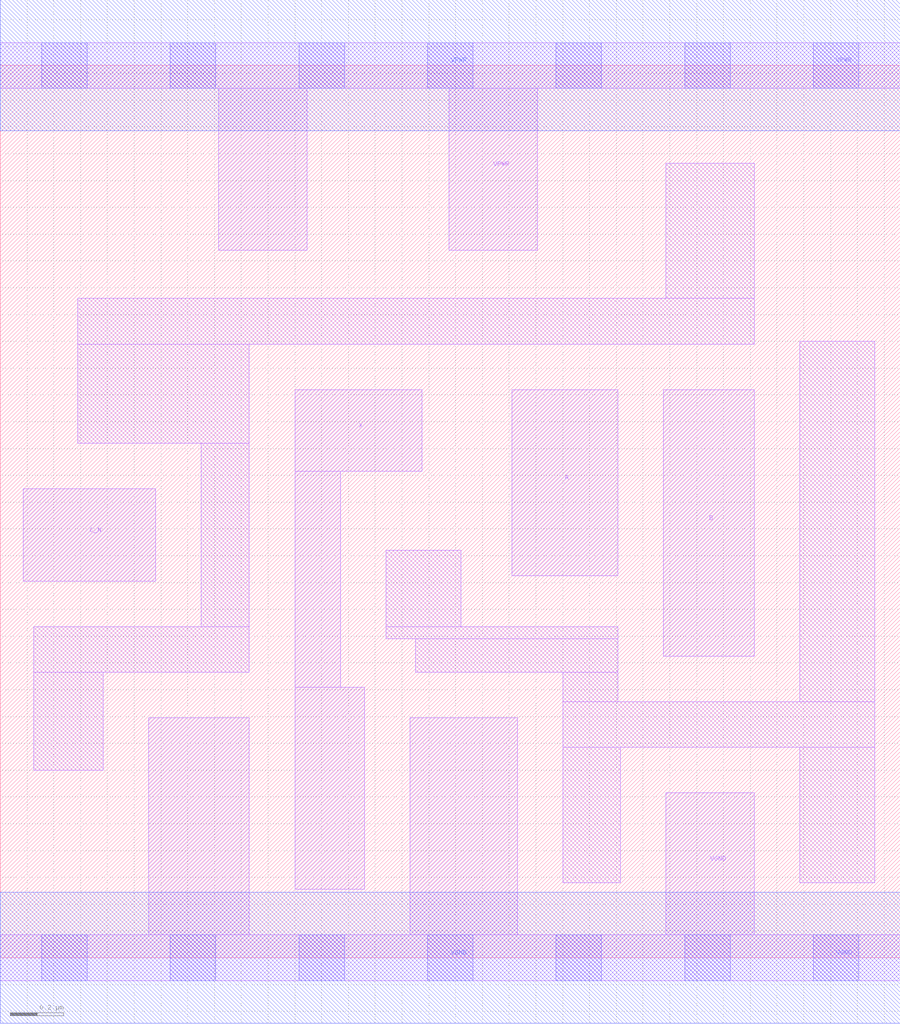
<source format=lef>
# Copyright 2020 The SkyWater PDK Authors
#
# Licensed under the Apache License, Version 2.0 (the "License");
# you may not use this file except in compliance with the License.
# You may obtain a copy of the License at
#
#     https://www.apache.org/licenses/LICENSE-2.0
#
# Unless required by applicable law or agreed to in writing, software
# distributed under the License is distributed on an "AS IS" BASIS,
# WITHOUT WARRANTIES OR CONDITIONS OF ANY KIND, either express or implied.
# See the License for the specific language governing permissions and
# limitations under the License.
#
# SPDX-License-Identifier: Apache-2.0

VERSION 5.7 ;
  NAMESCASESENSITIVE ON ;
  NOWIREEXTENSIONATPIN ON ;
  DIVIDERCHAR "/" ;
  BUSBITCHARS "[]" ;
UNITS
  DATABASE MICRONS 200 ;
END UNITS
MACRO sky130_fd_sc_lp__or3b_2
  CLASS CORE ;
  SOURCE USER ;
  FOREIGN sky130_fd_sc_lp__or3b_2 ;
  ORIGIN  0.000000  0.000000 ;
  SIZE  3.360000 BY  3.330000 ;
  SYMMETRY X Y R90 ;
  SITE unit ;
  PIN A
    ANTENNAGATEAREA  0.126000 ;
    DIRECTION INPUT ;
    USE SIGNAL ;
    PORT
      LAYER li1 ;
        RECT 1.910000 1.425000 2.305000 2.120000 ;
    END
  END A
  PIN B
    ANTENNAGATEAREA  0.126000 ;
    DIRECTION INPUT ;
    USE SIGNAL ;
    PORT
      LAYER li1 ;
        RECT 2.475000 1.125000 2.815000 2.120000 ;
    END
  END B
  PIN C_N
    ANTENNAGATEAREA  0.126000 ;
    DIRECTION INPUT ;
    USE SIGNAL ;
    PORT
      LAYER li1 ;
        RECT 0.085000 1.405000 0.580000 1.750000 ;
    END
  END C_N
  PIN X
    ANTENNADIFFAREA  0.588000 ;
    DIRECTION OUTPUT ;
    USE SIGNAL ;
    PORT
      LAYER li1 ;
        RECT 1.100000 0.255000 1.360000 1.010000 ;
        RECT 1.100000 1.010000 1.270000 1.815000 ;
        RECT 1.100000 1.815000 1.575000 2.120000 ;
    END
  END X
  PIN VGND
    DIRECTION INOUT ;
    USE GROUND ;
    PORT
      LAYER li1 ;
        RECT 0.000000 -0.085000 3.360000 0.085000 ;
        RECT 0.555000  0.085000 0.930000 0.895000 ;
        RECT 1.530000  0.085000 1.930000 0.895000 ;
        RECT 2.485000  0.085000 2.815000 0.615000 ;
      LAYER mcon ;
        RECT 0.155000 -0.085000 0.325000 0.085000 ;
        RECT 0.635000 -0.085000 0.805000 0.085000 ;
        RECT 1.115000 -0.085000 1.285000 0.085000 ;
        RECT 1.595000 -0.085000 1.765000 0.085000 ;
        RECT 2.075000 -0.085000 2.245000 0.085000 ;
        RECT 2.555000 -0.085000 2.725000 0.085000 ;
        RECT 3.035000 -0.085000 3.205000 0.085000 ;
      LAYER met1 ;
        RECT 0.000000 -0.245000 3.360000 0.245000 ;
    END
  END VGND
  PIN VPWR
    DIRECTION INOUT ;
    USE POWER ;
    PORT
      LAYER li1 ;
        RECT 0.000000 3.245000 3.360000 3.415000 ;
        RECT 0.815000 2.640000 1.145000 3.245000 ;
        RECT 1.675000 2.640000 2.005000 3.245000 ;
      LAYER mcon ;
        RECT 0.155000 3.245000 0.325000 3.415000 ;
        RECT 0.635000 3.245000 0.805000 3.415000 ;
        RECT 1.115000 3.245000 1.285000 3.415000 ;
        RECT 1.595000 3.245000 1.765000 3.415000 ;
        RECT 2.075000 3.245000 2.245000 3.415000 ;
        RECT 2.555000 3.245000 2.725000 3.415000 ;
        RECT 3.035000 3.245000 3.205000 3.415000 ;
      LAYER met1 ;
        RECT 0.000000 3.085000 3.360000 3.575000 ;
    END
  END VPWR
  OBS
    LAYER li1 ;
      RECT 0.125000 0.700000 0.385000 1.065000 ;
      RECT 0.125000 1.065000 0.930000 1.235000 ;
      RECT 0.290000 1.920000 0.930000 2.290000 ;
      RECT 0.290000 2.290000 2.815000 2.460000 ;
      RECT 0.750000 1.235000 0.930000 1.920000 ;
      RECT 1.440000 1.190000 2.305000 1.235000 ;
      RECT 1.440000 1.235000 1.720000 1.520000 ;
      RECT 1.550000 1.065000 2.305000 1.190000 ;
      RECT 2.100000 0.280000 2.315000 0.785000 ;
      RECT 2.100000 0.785000 3.265000 0.955000 ;
      RECT 2.100000 0.955000 2.305000 1.065000 ;
      RECT 2.485000 2.460000 2.815000 2.965000 ;
      RECT 2.985000 0.280000 3.265000 0.785000 ;
      RECT 2.985000 0.955000 3.265000 2.300000 ;
  END
END sky130_fd_sc_lp__or3b_2

</source>
